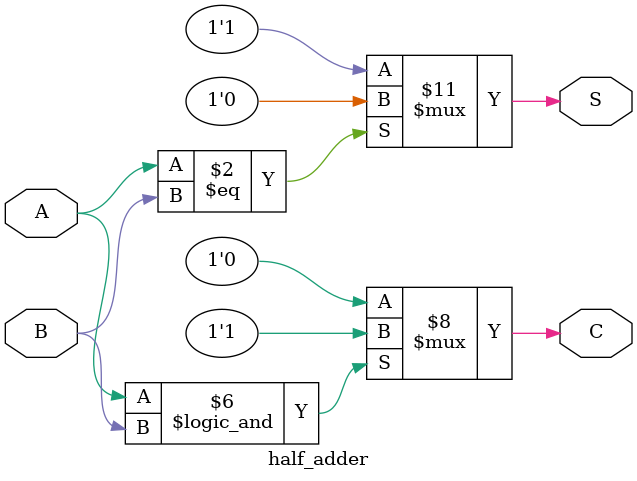
<source format=v>
module half_adder(input wire A, B, output wire S, C);

// behavioral design

always@*
begin
  if(A == B)
  S = 0;
  else 
  S = 1;
end

always@*
begin
    if(A == 1 && B == 1)
    C = 1;
    else
    C = 0;
end

endmodule
</source>
